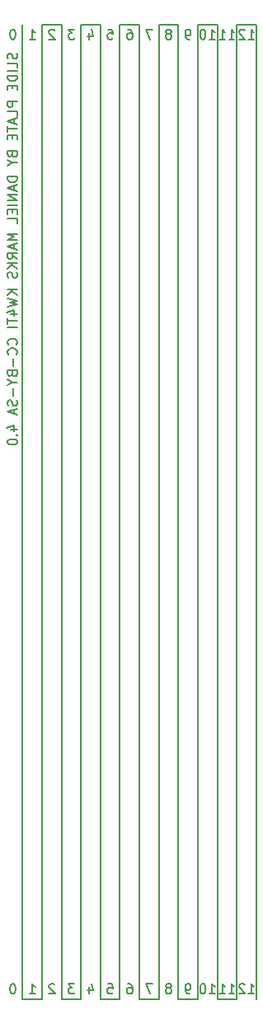
<source format=gbr>
%TF.GenerationSoftware,KiCad,Pcbnew,(6.0.11)*%
%TF.CreationDate,2023-06-08T14:05:30-05:00*%
%TF.ProjectId,SlidePlate,536c6964-6550-46c6-9174-652e6b696361,rev?*%
%TF.SameCoordinates,Original*%
%TF.FileFunction,Legend,Bot*%
%TF.FilePolarity,Positive*%
%FSLAX46Y46*%
G04 Gerber Fmt 4.6, Leading zero omitted, Abs format (unit mm)*
G04 Created by KiCad (PCBNEW (6.0.11)) date 2023-06-08 14:05:30*
%MOMM*%
%LPD*%
G01*
G04 APERTURE LIST*
%ADD10C,0.150000*%
G04 APERTURE END LIST*
D10*
X28000000Y-120000000D02*
X28000000Y-20000000D01*
X40000000Y-120000000D02*
X40000000Y-20000000D01*
X34000000Y-120000000D02*
X36000000Y-120000000D01*
X24000000Y-120000000D02*
X24000000Y-20000000D01*
X42000000Y-20000000D02*
X42000000Y-120000000D01*
X38000000Y-20000000D02*
X38000000Y-120000000D01*
X44000000Y-20000000D02*
X46000000Y-20000000D01*
X32000000Y-20000000D02*
X34000000Y-20000000D01*
X36000000Y-120000000D02*
X36000000Y-20000000D01*
X26000000Y-120000000D02*
X28000000Y-120000000D01*
X40000000Y-20000000D02*
X42000000Y-20000000D01*
X30000000Y-120000000D02*
X32000000Y-120000000D01*
X30000000Y-20000000D02*
X30000000Y-120000000D01*
X22000000Y-120000000D02*
X24000000Y-120000000D01*
X28000000Y-20000000D02*
X30000000Y-20000000D01*
X46000000Y-20000000D02*
X46000000Y-120000000D01*
X32000000Y-120000000D02*
X32000000Y-20000000D01*
X34000000Y-20000000D02*
X34000000Y-120000000D01*
X36000000Y-20000000D02*
X38000000Y-20000000D01*
X38000000Y-120000000D02*
X40000000Y-120000000D01*
X24000000Y-20000000D02*
X26000000Y-20000000D01*
X42000000Y-120000000D02*
X44000000Y-120000000D01*
X44000000Y-120000000D02*
X44000000Y-20000000D01*
X22000000Y-20000000D02*
X22000000Y-120000000D01*
X26000000Y-20000000D02*
X26000000Y-120000000D01*
X25285714Y-20547619D02*
X25238095Y-20500000D01*
X25142857Y-20452380D01*
X24904761Y-20452380D01*
X24809523Y-20500000D01*
X24761904Y-20547619D01*
X24714285Y-20642857D01*
X24714285Y-20738095D01*
X24761904Y-20880952D01*
X25333333Y-21452380D01*
X24714285Y-21452380D01*
X45190476Y-21452380D02*
X45761904Y-21452380D01*
X45476190Y-21452380D02*
X45476190Y-20452380D01*
X45571428Y-20595238D01*
X45666666Y-20690476D01*
X45761904Y-20738095D01*
X44809523Y-20547619D02*
X44761904Y-20500000D01*
X44666666Y-20452380D01*
X44428571Y-20452380D01*
X44333333Y-20500000D01*
X44285714Y-20547619D01*
X44238095Y-20642857D01*
X44238095Y-20738095D01*
X44285714Y-20880952D01*
X44857142Y-21452380D01*
X44238095Y-21452380D01*
X25285714Y-118547619D02*
X25238095Y-118500000D01*
X25142857Y-118452380D01*
X24904761Y-118452380D01*
X24809523Y-118500000D01*
X24761904Y-118547619D01*
X24714285Y-118642857D01*
X24714285Y-118738095D01*
X24761904Y-118880952D01*
X25333333Y-119452380D01*
X24714285Y-119452380D01*
X21047619Y-118452380D02*
X20952380Y-118452380D01*
X20857142Y-118500000D01*
X20809523Y-118547619D01*
X20761904Y-118642857D01*
X20714285Y-118833333D01*
X20714285Y-119071428D01*
X20761904Y-119261904D01*
X20809523Y-119357142D01*
X20857142Y-119404761D01*
X20952380Y-119452380D01*
X21047619Y-119452380D01*
X21142857Y-119404761D01*
X21190476Y-119357142D01*
X21238095Y-119261904D01*
X21285714Y-119071428D01*
X21285714Y-118833333D01*
X21238095Y-118642857D01*
X21190476Y-118547619D01*
X21142857Y-118500000D01*
X21047619Y-118452380D01*
X32809523Y-118452380D02*
X33000000Y-118452380D01*
X33095238Y-118500000D01*
X33142857Y-118547619D01*
X33238095Y-118690476D01*
X33285714Y-118880952D01*
X33285714Y-119261904D01*
X33238095Y-119357142D01*
X33190476Y-119404761D01*
X33095238Y-119452380D01*
X32904761Y-119452380D01*
X32809523Y-119404761D01*
X32761904Y-119357142D01*
X32714285Y-119261904D01*
X32714285Y-119023809D01*
X32761904Y-118928571D01*
X32809523Y-118880952D01*
X32904761Y-118833333D01*
X33095238Y-118833333D01*
X33190476Y-118880952D01*
X33238095Y-118928571D01*
X33285714Y-119023809D01*
X37095238Y-118880952D02*
X37190476Y-118833333D01*
X37238095Y-118785714D01*
X37285714Y-118690476D01*
X37285714Y-118642857D01*
X37238095Y-118547619D01*
X37190476Y-118500000D01*
X37095238Y-118452380D01*
X36904761Y-118452380D01*
X36809523Y-118500000D01*
X36761904Y-118547619D01*
X36714285Y-118642857D01*
X36714285Y-118690476D01*
X36761904Y-118785714D01*
X36809523Y-118833333D01*
X36904761Y-118880952D01*
X37095238Y-118880952D01*
X37190476Y-118928571D01*
X37238095Y-118976190D01*
X37285714Y-119071428D01*
X37285714Y-119261904D01*
X37238095Y-119357142D01*
X37190476Y-119404761D01*
X37095238Y-119452380D01*
X36904761Y-119452380D01*
X36809523Y-119404761D01*
X36761904Y-119357142D01*
X36714285Y-119261904D01*
X36714285Y-119071428D01*
X36761904Y-118976190D01*
X36809523Y-118928571D01*
X36904761Y-118880952D01*
X43190476Y-21452380D02*
X43761904Y-21452380D01*
X43476190Y-21452380D02*
X43476190Y-20452380D01*
X43571428Y-20595238D01*
X43666666Y-20690476D01*
X43761904Y-20738095D01*
X42238095Y-21452380D02*
X42809523Y-21452380D01*
X42523809Y-21452380D02*
X42523809Y-20452380D01*
X42619047Y-20595238D01*
X42714285Y-20690476D01*
X42809523Y-20738095D01*
X27333333Y-118452380D02*
X26714285Y-118452380D01*
X27047619Y-118833333D01*
X26904761Y-118833333D01*
X26809523Y-118880952D01*
X26761904Y-118928571D01*
X26714285Y-119023809D01*
X26714285Y-119261904D01*
X26761904Y-119357142D01*
X26809523Y-119404761D01*
X26904761Y-119452380D01*
X27190476Y-119452380D01*
X27285714Y-119404761D01*
X27333333Y-119357142D01*
X35333333Y-118452380D02*
X34666666Y-118452380D01*
X35095238Y-119452380D01*
X22714285Y-119452380D02*
X23285714Y-119452380D01*
X23000000Y-119452380D02*
X23000000Y-118452380D01*
X23095238Y-118595238D01*
X23190476Y-118690476D01*
X23285714Y-118738095D01*
X21047619Y-20452380D02*
X20952380Y-20452380D01*
X20857142Y-20500000D01*
X20809523Y-20547619D01*
X20761904Y-20642857D01*
X20714285Y-20833333D01*
X20714285Y-21071428D01*
X20761904Y-21261904D01*
X20809523Y-21357142D01*
X20857142Y-21404761D01*
X20952380Y-21452380D01*
X21047619Y-21452380D01*
X21142857Y-21404761D01*
X21190476Y-21357142D01*
X21238095Y-21261904D01*
X21285714Y-21071428D01*
X21285714Y-20833333D01*
X21238095Y-20642857D01*
X21190476Y-20547619D01*
X21142857Y-20500000D01*
X21047619Y-20452380D01*
X35333333Y-20452380D02*
X34666666Y-20452380D01*
X35095238Y-21452380D01*
X37095238Y-20880952D02*
X37190476Y-20833333D01*
X37238095Y-20785714D01*
X37285714Y-20690476D01*
X37285714Y-20642857D01*
X37238095Y-20547619D01*
X37190476Y-20500000D01*
X37095238Y-20452380D01*
X36904761Y-20452380D01*
X36809523Y-20500000D01*
X36761904Y-20547619D01*
X36714285Y-20642857D01*
X36714285Y-20690476D01*
X36761904Y-20785714D01*
X36809523Y-20833333D01*
X36904761Y-20880952D01*
X37095238Y-20880952D01*
X37190476Y-20928571D01*
X37238095Y-20976190D01*
X37285714Y-21071428D01*
X37285714Y-21261904D01*
X37238095Y-21357142D01*
X37190476Y-21404761D01*
X37095238Y-21452380D01*
X36904761Y-21452380D01*
X36809523Y-21404761D01*
X36761904Y-21357142D01*
X36714285Y-21261904D01*
X36714285Y-21071428D01*
X36761904Y-20976190D01*
X36809523Y-20928571D01*
X36904761Y-20880952D01*
X22714285Y-21452380D02*
X23285714Y-21452380D01*
X23000000Y-21452380D02*
X23000000Y-20452380D01*
X23095238Y-20595238D01*
X23190476Y-20690476D01*
X23285714Y-20738095D01*
X39190476Y-119452380D02*
X39000000Y-119452380D01*
X38904761Y-119404761D01*
X38857142Y-119357142D01*
X38761904Y-119214285D01*
X38714285Y-119023809D01*
X38714285Y-118642857D01*
X38761904Y-118547619D01*
X38809523Y-118500000D01*
X38904761Y-118452380D01*
X39095238Y-118452380D01*
X39190476Y-118500000D01*
X39238095Y-118547619D01*
X39285714Y-118642857D01*
X39285714Y-118880952D01*
X39238095Y-118976190D01*
X39190476Y-119023809D01*
X39095238Y-119071428D01*
X38904761Y-119071428D01*
X38809523Y-119023809D01*
X38761904Y-118976190D01*
X38714285Y-118880952D01*
X45190476Y-119452380D02*
X45761904Y-119452380D01*
X45476190Y-119452380D02*
X45476190Y-118452380D01*
X45571428Y-118595238D01*
X45666666Y-118690476D01*
X45761904Y-118738095D01*
X44809523Y-118547619D02*
X44761904Y-118500000D01*
X44666666Y-118452380D01*
X44428571Y-118452380D01*
X44333333Y-118500000D01*
X44285714Y-118547619D01*
X44238095Y-118642857D01*
X44238095Y-118738095D01*
X44285714Y-118880952D01*
X44857142Y-119452380D01*
X44238095Y-119452380D01*
X27333333Y-20452380D02*
X26714285Y-20452380D01*
X27047619Y-20833333D01*
X26904761Y-20833333D01*
X26809523Y-20880952D01*
X26761904Y-20928571D01*
X26714285Y-21023809D01*
X26714285Y-21261904D01*
X26761904Y-21357142D01*
X26809523Y-21404761D01*
X26904761Y-21452380D01*
X27190476Y-21452380D01*
X27285714Y-21404761D01*
X27333333Y-21357142D01*
X39190476Y-21452380D02*
X39000000Y-21452380D01*
X38904761Y-21404761D01*
X38857142Y-21357142D01*
X38761904Y-21214285D01*
X38714285Y-21023809D01*
X38714285Y-20642857D01*
X38761904Y-20547619D01*
X38809523Y-20500000D01*
X38904761Y-20452380D01*
X39095238Y-20452380D01*
X39190476Y-20500000D01*
X39238095Y-20547619D01*
X39285714Y-20642857D01*
X39285714Y-20880952D01*
X39238095Y-20976190D01*
X39190476Y-21023809D01*
X39095238Y-21071428D01*
X38904761Y-21071428D01*
X38809523Y-21023809D01*
X38761904Y-20976190D01*
X38714285Y-20880952D01*
X30761904Y-20452380D02*
X31238095Y-20452380D01*
X31285714Y-20928571D01*
X31238095Y-20880952D01*
X31142857Y-20833333D01*
X30904761Y-20833333D01*
X30809523Y-20880952D01*
X30761904Y-20928571D01*
X30714285Y-21023809D01*
X30714285Y-21261904D01*
X30761904Y-21357142D01*
X30809523Y-21404761D01*
X30904761Y-21452380D01*
X31142857Y-21452380D01*
X31238095Y-21404761D01*
X31285714Y-21357142D01*
X32809523Y-20452380D02*
X33000000Y-20452380D01*
X33095238Y-20500000D01*
X33142857Y-20547619D01*
X33238095Y-20690476D01*
X33285714Y-20880952D01*
X33285714Y-21261904D01*
X33238095Y-21357142D01*
X33190476Y-21404761D01*
X33095238Y-21452380D01*
X32904761Y-21452380D01*
X32809523Y-21404761D01*
X32761904Y-21357142D01*
X32714285Y-21261904D01*
X32714285Y-21023809D01*
X32761904Y-20928571D01*
X32809523Y-20880952D01*
X32904761Y-20833333D01*
X33095238Y-20833333D01*
X33190476Y-20880952D01*
X33238095Y-20928571D01*
X33285714Y-21023809D01*
X28809523Y-118785714D02*
X28809523Y-119452380D01*
X29047619Y-118404761D02*
X29285714Y-119119047D01*
X28666666Y-119119047D01*
X41190476Y-21452380D02*
X41761904Y-21452380D01*
X41476190Y-21452380D02*
X41476190Y-20452380D01*
X41571428Y-20595238D01*
X41666666Y-20690476D01*
X41761904Y-20738095D01*
X40571428Y-20452380D02*
X40476190Y-20452380D01*
X40380952Y-20500000D01*
X40333333Y-20547619D01*
X40285714Y-20642857D01*
X40238095Y-20833333D01*
X40238095Y-21071428D01*
X40285714Y-21261904D01*
X40333333Y-21357142D01*
X40380952Y-21404761D01*
X40476190Y-21452380D01*
X40571428Y-21452380D01*
X40666666Y-21404761D01*
X40714285Y-21357142D01*
X40761904Y-21261904D01*
X40809523Y-21071428D01*
X40809523Y-20833333D01*
X40761904Y-20642857D01*
X40714285Y-20547619D01*
X40666666Y-20500000D01*
X40571428Y-20452380D01*
X30761904Y-118452380D02*
X31238095Y-118452380D01*
X31285714Y-118928571D01*
X31238095Y-118880952D01*
X31142857Y-118833333D01*
X30904761Y-118833333D01*
X30809523Y-118880952D01*
X30761904Y-118928571D01*
X30714285Y-119023809D01*
X30714285Y-119261904D01*
X30761904Y-119357142D01*
X30809523Y-119404761D01*
X30904761Y-119452380D01*
X31142857Y-119452380D01*
X31238095Y-119404761D01*
X31285714Y-119357142D01*
X43190476Y-119452380D02*
X43761904Y-119452380D01*
X43476190Y-119452380D02*
X43476190Y-118452380D01*
X43571428Y-118595238D01*
X43666666Y-118690476D01*
X43761904Y-118738095D01*
X42238095Y-119452380D02*
X42809523Y-119452380D01*
X42523809Y-119452380D02*
X42523809Y-118452380D01*
X42619047Y-118595238D01*
X42714285Y-118690476D01*
X42809523Y-118738095D01*
X41190476Y-119452380D02*
X41761904Y-119452380D01*
X41476190Y-119452380D02*
X41476190Y-118452380D01*
X41571428Y-118595238D01*
X41666666Y-118690476D01*
X41761904Y-118738095D01*
X40571428Y-118452380D02*
X40476190Y-118452380D01*
X40380952Y-118500000D01*
X40333333Y-118547619D01*
X40285714Y-118642857D01*
X40238095Y-118833333D01*
X40238095Y-119071428D01*
X40285714Y-119261904D01*
X40333333Y-119357142D01*
X40380952Y-119404761D01*
X40476190Y-119452380D01*
X40571428Y-119452380D01*
X40666666Y-119404761D01*
X40714285Y-119357142D01*
X40761904Y-119261904D01*
X40809523Y-119071428D01*
X40809523Y-118833333D01*
X40761904Y-118642857D01*
X40714285Y-118547619D01*
X40666666Y-118500000D01*
X40571428Y-118452380D01*
X21404761Y-22904761D02*
X21452380Y-23047619D01*
X21452380Y-23285714D01*
X21404761Y-23380952D01*
X21357142Y-23428571D01*
X21261904Y-23476190D01*
X21166666Y-23476190D01*
X21071428Y-23428571D01*
X21023809Y-23380952D01*
X20976190Y-23285714D01*
X20928571Y-23095238D01*
X20880952Y-23000000D01*
X20833333Y-22952380D01*
X20738095Y-22904761D01*
X20642857Y-22904761D01*
X20547619Y-22952380D01*
X20500000Y-23000000D01*
X20452380Y-23095238D01*
X20452380Y-23333333D01*
X20500000Y-23476190D01*
X21452380Y-24380952D02*
X21452380Y-23904761D01*
X20452380Y-23904761D01*
X21452380Y-24714285D02*
X20452380Y-24714285D01*
X21452380Y-25190476D02*
X20452380Y-25190476D01*
X20452380Y-25428571D01*
X20500000Y-25571428D01*
X20595238Y-25666666D01*
X20690476Y-25714285D01*
X20880952Y-25761904D01*
X21023809Y-25761904D01*
X21214285Y-25714285D01*
X21309523Y-25666666D01*
X21404761Y-25571428D01*
X21452380Y-25428571D01*
X21452380Y-25190476D01*
X20928571Y-26190476D02*
X20928571Y-26523809D01*
X21452380Y-26666666D02*
X21452380Y-26190476D01*
X20452380Y-26190476D01*
X20452380Y-26666666D01*
X21452380Y-27857142D02*
X20452380Y-27857142D01*
X20452380Y-28238095D01*
X20500000Y-28333333D01*
X20547619Y-28380952D01*
X20642857Y-28428571D01*
X20785714Y-28428571D01*
X20880952Y-28380952D01*
X20928571Y-28333333D01*
X20976190Y-28238095D01*
X20976190Y-27857142D01*
X21452380Y-29333333D02*
X21452380Y-28857142D01*
X20452380Y-28857142D01*
X21166666Y-29619047D02*
X21166666Y-30095238D01*
X21452380Y-29523809D02*
X20452380Y-29857142D01*
X21452380Y-30190476D01*
X20452380Y-30380952D02*
X20452380Y-30952380D01*
X21452380Y-30666666D02*
X20452380Y-30666666D01*
X20928571Y-31285714D02*
X20928571Y-31619047D01*
X21452380Y-31761904D02*
X21452380Y-31285714D01*
X20452380Y-31285714D01*
X20452380Y-31761904D01*
X20928571Y-33285714D02*
X20976190Y-33428571D01*
X21023809Y-33476190D01*
X21119047Y-33523809D01*
X21261904Y-33523809D01*
X21357142Y-33476190D01*
X21404761Y-33428571D01*
X21452380Y-33333333D01*
X21452380Y-32952380D01*
X20452380Y-32952380D01*
X20452380Y-33285714D01*
X20500000Y-33380952D01*
X20547619Y-33428571D01*
X20642857Y-33476190D01*
X20738095Y-33476190D01*
X20833333Y-33428571D01*
X20880952Y-33380952D01*
X20928571Y-33285714D01*
X20928571Y-32952380D01*
X20976190Y-34142857D02*
X21452380Y-34142857D01*
X20452380Y-33809523D02*
X20976190Y-34142857D01*
X20452380Y-34476190D01*
X21452380Y-35571428D02*
X20452380Y-35571428D01*
X20452380Y-35809523D01*
X20500000Y-35952380D01*
X20595238Y-36047619D01*
X20690476Y-36095238D01*
X20880952Y-36142857D01*
X21023809Y-36142857D01*
X21214285Y-36095238D01*
X21309523Y-36047619D01*
X21404761Y-35952380D01*
X21452380Y-35809523D01*
X21452380Y-35571428D01*
X21166666Y-36523809D02*
X21166666Y-37000000D01*
X21452380Y-36428571D02*
X20452380Y-36761904D01*
X21452380Y-37095238D01*
X21452380Y-37428571D02*
X20452380Y-37428571D01*
X21452380Y-38000000D01*
X20452380Y-38000000D01*
X21452380Y-38476190D02*
X20452380Y-38476190D01*
X20928571Y-38952380D02*
X20928571Y-39285714D01*
X21452380Y-39428571D02*
X21452380Y-38952380D01*
X20452380Y-38952380D01*
X20452380Y-39428571D01*
X21452380Y-40333333D02*
X21452380Y-39857142D01*
X20452380Y-39857142D01*
X21452380Y-41428571D02*
X20452380Y-41428571D01*
X21166666Y-41761904D01*
X20452380Y-42095238D01*
X21452380Y-42095238D01*
X21166666Y-42523809D02*
X21166666Y-43000000D01*
X21452380Y-42428571D02*
X20452380Y-42761904D01*
X21452380Y-43095238D01*
X21452380Y-44000000D02*
X20976190Y-43666666D01*
X21452380Y-43428571D02*
X20452380Y-43428571D01*
X20452380Y-43809523D01*
X20500000Y-43904761D01*
X20547619Y-43952380D01*
X20642857Y-44000000D01*
X20785714Y-44000000D01*
X20880952Y-43952380D01*
X20928571Y-43904761D01*
X20976190Y-43809523D01*
X20976190Y-43428571D01*
X21452380Y-44428571D02*
X20452380Y-44428571D01*
X21452380Y-45000000D02*
X20880952Y-44571428D01*
X20452380Y-45000000D02*
X21023809Y-44428571D01*
X21404761Y-45380952D02*
X21452380Y-45523809D01*
X21452380Y-45761904D01*
X21404761Y-45857142D01*
X21357142Y-45904761D01*
X21261904Y-45952380D01*
X21166666Y-45952380D01*
X21071428Y-45904761D01*
X21023809Y-45857142D01*
X20976190Y-45761904D01*
X20928571Y-45571428D01*
X20880952Y-45476190D01*
X20833333Y-45428571D01*
X20738095Y-45380952D01*
X20642857Y-45380952D01*
X20547619Y-45428571D01*
X20500000Y-45476190D01*
X20452380Y-45571428D01*
X20452380Y-45809523D01*
X20500000Y-45952380D01*
X21452380Y-47142857D02*
X20452380Y-47142857D01*
X21452380Y-47714285D02*
X20880952Y-47285714D01*
X20452380Y-47714285D02*
X21023809Y-47142857D01*
X20452380Y-48047619D02*
X21452380Y-48285714D01*
X20738095Y-48476190D01*
X21452380Y-48666666D01*
X20452380Y-48904761D01*
X20785714Y-49714285D02*
X21452380Y-49714285D01*
X20404761Y-49476190D02*
X21119047Y-49238095D01*
X21119047Y-49857142D01*
X20452380Y-50095238D02*
X20452380Y-50666666D01*
X21452380Y-50380952D02*
X20452380Y-50380952D01*
X21452380Y-51000000D02*
X20452380Y-51000000D01*
X21357142Y-52809523D02*
X21404761Y-52761904D01*
X21452380Y-52619047D01*
X21452380Y-52523809D01*
X21404761Y-52380952D01*
X21309523Y-52285714D01*
X21214285Y-52238095D01*
X21023809Y-52190476D01*
X20880952Y-52190476D01*
X20690476Y-52238095D01*
X20595238Y-52285714D01*
X20500000Y-52380952D01*
X20452380Y-52523809D01*
X20452380Y-52619047D01*
X20500000Y-52761904D01*
X20547619Y-52809523D01*
X21357142Y-53809523D02*
X21404761Y-53761904D01*
X21452380Y-53619047D01*
X21452380Y-53523809D01*
X21404761Y-53380952D01*
X21309523Y-53285714D01*
X21214285Y-53238095D01*
X21023809Y-53190476D01*
X20880952Y-53190476D01*
X20690476Y-53238095D01*
X20595238Y-53285714D01*
X20500000Y-53380952D01*
X20452380Y-53523809D01*
X20452380Y-53619047D01*
X20500000Y-53761904D01*
X20547619Y-53809523D01*
X21071428Y-54238095D02*
X21071428Y-55000000D01*
X20928571Y-55809523D02*
X20976190Y-55952380D01*
X21023809Y-56000000D01*
X21119047Y-56047619D01*
X21261904Y-56047619D01*
X21357142Y-56000000D01*
X21404761Y-55952380D01*
X21452380Y-55857142D01*
X21452380Y-55476190D01*
X20452380Y-55476190D01*
X20452380Y-55809523D01*
X20500000Y-55904761D01*
X20547619Y-55952380D01*
X20642857Y-56000000D01*
X20738095Y-56000000D01*
X20833333Y-55952380D01*
X20880952Y-55904761D01*
X20928571Y-55809523D01*
X20928571Y-55476190D01*
X20976190Y-56666666D02*
X21452380Y-56666666D01*
X20452380Y-56333333D02*
X20976190Y-56666666D01*
X20452380Y-57000000D01*
X21071428Y-57333333D02*
X21071428Y-58095238D01*
X21404761Y-58523809D02*
X21452380Y-58666666D01*
X21452380Y-58904761D01*
X21404761Y-59000000D01*
X21357142Y-59047619D01*
X21261904Y-59095238D01*
X21166666Y-59095238D01*
X21071428Y-59047619D01*
X21023809Y-59000000D01*
X20976190Y-58904761D01*
X20928571Y-58714285D01*
X20880952Y-58619047D01*
X20833333Y-58571428D01*
X20738095Y-58523809D01*
X20642857Y-58523809D01*
X20547619Y-58571428D01*
X20500000Y-58619047D01*
X20452380Y-58714285D01*
X20452380Y-58952380D01*
X20500000Y-59095238D01*
X21166666Y-59476190D02*
X21166666Y-59952380D01*
X21452380Y-59380952D02*
X20452380Y-59714285D01*
X21452380Y-60047619D01*
X20785714Y-61571428D02*
X21452380Y-61571428D01*
X20404761Y-61333333D02*
X21119047Y-61095238D01*
X21119047Y-61714285D01*
X21357142Y-62095238D02*
X21404761Y-62142857D01*
X21452380Y-62095238D01*
X21404761Y-62047619D01*
X21357142Y-62095238D01*
X21452380Y-62095238D01*
X20452380Y-62761904D02*
X20452380Y-62857142D01*
X20500000Y-62952380D01*
X20547619Y-63000000D01*
X20642857Y-63047619D01*
X20833333Y-63095238D01*
X21071428Y-63095238D01*
X21261904Y-63047619D01*
X21357142Y-63000000D01*
X21404761Y-62952380D01*
X21452380Y-62857142D01*
X21452380Y-62761904D01*
X21404761Y-62666666D01*
X21357142Y-62619047D01*
X21261904Y-62571428D01*
X21071428Y-62523809D01*
X20833333Y-62523809D01*
X20642857Y-62571428D01*
X20547619Y-62619047D01*
X20500000Y-62666666D01*
X20452380Y-62761904D01*
X28809523Y-20785714D02*
X28809523Y-21452380D01*
X29047619Y-20404761D02*
X29285714Y-21119047D01*
X28666666Y-21119047D01*
M02*

</source>
